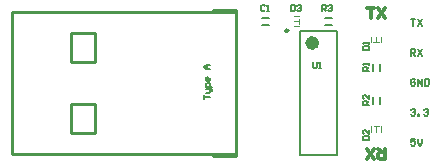
<source format=gto>
G04*
G04 #@! TF.GenerationSoftware,Altium Limited,Altium Designer,20.0.13 (296)*
G04*
G04 Layer_Color=65535*
%FSLAX44Y44*%
%MOMM*%
G71*
G01*
G75*
%ADD10C,0.6000*%
%ADD11C,0.2500*%
%ADD12C,0.2000*%
%ADD13C,0.2540*%
%ADD14C,0.1500*%
%ADD15C,0.1000*%
%ADD16C,0.3000*%
D10*
X1032220Y701630D02*
G03*
X1032220Y701630I-3000J0D01*
G01*
D11*
X1008970Y712080D02*
G03*
X1008970Y712080I-1250J0D01*
G01*
D12*
X1019220Y606630D02*
X1050220D01*
X1019220Y711630D02*
X1050220D01*
Y606630D02*
Y711630D01*
X1019220Y606630D02*
Y711630D01*
D13*
X965040Y605660D02*
Y607660D01*
X945040Y605660D02*
X965040D01*
X945040D02*
Y607560D01*
Y727760D02*
Y729660D01*
X965040D01*
Y727660D02*
Y729660D01*
X825140Y685460D02*
Y709960D01*
Y685460D02*
X845140D01*
Y709960D01*
X825140D02*
X845140D01*
X825140Y649960D02*
X845140D01*
Y625460D02*
Y649960D01*
X825140Y625460D02*
X845140D01*
X825140D02*
Y649960D01*
X775040Y607660D02*
X965040D01*
Y727660D01*
X775040Y607660D02*
Y727660D01*
X965040D01*
D14*
X986330Y717090D02*
X992330Y717090D01*
X986330Y723090D02*
X992330Y723090D01*
X1039670Y717090D02*
X1045670Y717090D01*
X1039670Y723090D02*
X1045670Y723090D01*
X1080310Y683720D02*
X1080310Y677720D01*
X1086310Y683720D02*
X1086310Y677720D01*
X1086310Y655780D02*
X1086310Y649780D01*
X1080310Y655780D02*
X1080310Y649780D01*
X1116519Y620678D02*
X1112520D01*
Y617679D01*
X1114519Y618679D01*
X1115519D01*
X1116519Y617679D01*
Y615680D01*
X1115519Y614680D01*
X1113520D01*
X1112520Y615680D01*
X1118518Y620678D02*
Y616679D01*
X1120517Y614680D01*
X1122517Y616679D01*
Y620678D01*
X1112520Y645078D02*
X1113520Y646078D01*
X1115519D01*
X1116519Y645078D01*
Y644079D01*
X1115519Y643079D01*
X1114519D01*
X1115519D01*
X1116519Y642079D01*
Y641080D01*
X1115519Y640080D01*
X1113520D01*
X1112520Y641080D01*
X1118518Y640080D02*
Y641080D01*
X1119518D01*
Y640080D01*
X1118518D01*
X1123516Y645078D02*
X1124516Y646078D01*
X1126516D01*
X1127515Y645078D01*
Y644079D01*
X1126516Y643079D01*
X1125516D01*
X1126516D01*
X1127515Y642079D01*
Y641080D01*
X1126516Y640080D01*
X1124516D01*
X1123516Y641080D01*
X1116519Y670478D02*
X1115519Y671478D01*
X1113520D01*
X1112520Y670478D01*
Y666480D01*
X1113520Y665480D01*
X1115519D01*
X1116519Y666480D01*
Y668479D01*
X1114519D01*
X1118518Y665480D02*
Y671478D01*
X1122517Y665480D01*
Y671478D01*
X1124516D02*
Y665480D01*
X1127515D01*
X1128515Y666480D01*
Y670478D01*
X1127515Y671478D01*
X1124516D01*
X1112520Y690880D02*
Y696878D01*
X1115519D01*
X1116519Y695878D01*
Y693879D01*
X1115519Y692879D01*
X1112520D01*
X1114519D02*
X1116519Y690880D01*
X1118518Y696878D02*
X1122517Y690880D01*
Y696878D02*
X1118518Y690880D01*
X1112520Y722278D02*
X1116519D01*
X1114519D01*
Y716280D01*
X1118518Y722278D02*
X1122517Y716280D01*
Y722278D02*
X1118518Y716280D01*
X1037590Y728980D02*
Y734058D01*
X1040129D01*
X1040976Y733212D01*
Y731519D01*
X1040129Y730673D01*
X1037590D01*
X1039283D02*
X1040976Y728980D01*
X1042668Y733212D02*
X1043515Y734058D01*
X1045208D01*
X1046054Y733212D01*
Y732366D01*
X1045208Y731519D01*
X1044361D01*
X1045208D01*
X1046054Y730673D01*
Y729826D01*
X1045208Y728980D01*
X1043515D01*
X1042668Y729826D01*
X1010920Y734058D02*
Y728980D01*
X1013459D01*
X1014306Y729826D01*
Y733212D01*
X1013459Y734058D01*
X1010920D01*
X1015998Y733212D02*
X1016845Y734058D01*
X1018538D01*
X1019384Y733212D01*
Y732366D01*
X1018538Y731519D01*
X1017691D01*
X1018538D01*
X1019384Y730673D01*
Y729826D01*
X1018538Y728980D01*
X1016845D01*
X1015998Y729826D01*
X937262Y654050D02*
Y657436D01*
Y655743D01*
X942340D01*
X938954Y659128D02*
X941494D01*
X942340Y659975D01*
Y662514D01*
X943186D01*
X944033Y661667D01*
Y660821D01*
X942340Y662514D02*
X938954D01*
X944033Y664207D02*
X938954D01*
Y666746D01*
X939801Y667592D01*
X941494D01*
X942340Y666746D01*
Y664207D01*
Y671824D02*
Y670132D01*
X941494Y669285D01*
X939801D01*
X938954Y670132D01*
Y671824D01*
X939801Y672671D01*
X940647D01*
Y669285D01*
X942340Y679442D02*
X938954D01*
X937262Y681134D01*
X938954Y682827D01*
X942340D01*
X939801D01*
Y679442D01*
X1029970Y685798D02*
Y681566D01*
X1030816Y680720D01*
X1032509D01*
X1033356Y681566D01*
Y685798D01*
X1035048Y680720D02*
X1036741D01*
X1035895D01*
Y685798D01*
X1035048Y684952D01*
X1076960Y648970D02*
X1071882D01*
Y651509D01*
X1072728Y652356D01*
X1074421D01*
X1075267Y651509D01*
Y648970D01*
Y650663D02*
X1076960Y652356D01*
Y657434D02*
Y654048D01*
X1073574Y657434D01*
X1072728D01*
X1071882Y656588D01*
Y654895D01*
X1072728Y654048D01*
X1076960Y678180D02*
X1071882D01*
Y680719D01*
X1072728Y681566D01*
X1074421D01*
X1075267Y680719D01*
Y678180D01*
Y679873D02*
X1076960Y681566D01*
Y683258D02*
Y684951D01*
Y684105D01*
X1071882D01*
X1072728Y683258D01*
X1071882Y619760D02*
X1076960D01*
Y622299D01*
X1076114Y623146D01*
X1072728D01*
X1071882Y622299D01*
Y619760D01*
X1076960Y628224D02*
Y624838D01*
X1073574Y628224D01*
X1072728D01*
X1071882Y627378D01*
Y625685D01*
X1072728Y624838D01*
X1071882Y695960D02*
X1076960D01*
Y698499D01*
X1076114Y699346D01*
X1072728D01*
X1071882Y698499D01*
Y695960D01*
X1076960Y701038D02*
Y702731D01*
Y701885D01*
X1071882D01*
X1072728Y701038D01*
X988906Y733212D02*
X988059Y734058D01*
X986366D01*
X985520Y733212D01*
Y729826D01*
X986366Y728980D01*
X988059D01*
X988906Y729826D01*
X990598Y728980D02*
X992291D01*
X991445D01*
Y734058D01*
X990598Y733212D01*
D15*
X1018280Y717840D02*
Y722290D01*
X1013830Y720065D02*
X1018280D01*
X1013830Y724090D02*
X1018280D01*
X1013805Y716090D02*
X1018255D01*
X1081110Y631070D02*
X1085560D01*
X1083335Y626620D02*
Y631070D01*
X1079310Y626620D02*
Y631070D01*
X1087310Y626595D02*
Y631045D01*
X1081060Y702570D02*
X1085510D01*
X1083285D02*
Y707020D01*
X1087310Y702570D02*
Y707020D01*
X1079310Y702595D02*
Y707045D01*
D16*
X1090930Y612140D02*
Y603143D01*
X1086432D01*
X1084932Y604642D01*
Y607641D01*
X1086432Y609141D01*
X1090930D01*
X1087931D02*
X1084932Y612140D01*
X1081933Y603143D02*
X1075935Y612140D01*
Y603143D02*
X1081933Y612140D01*
X1075690Y731627D02*
X1081688D01*
X1078689D01*
Y722630D01*
X1084687Y731627D02*
X1090685Y722630D01*
Y731627D02*
X1084687Y722630D01*
M02*

</source>
